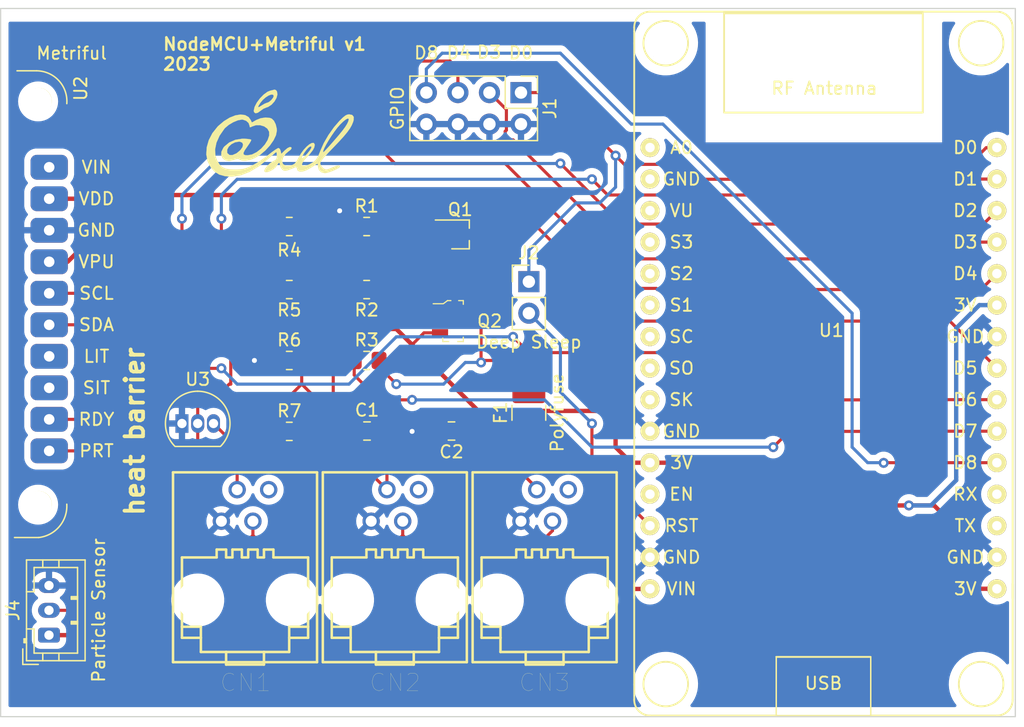
<source format=kicad_pcb>
(kicad_pcb (version 20221018) (generator pcbnew)
  (layers (0 "F.Cu" signal) (31 "B.Cu" mixed) (34 "B.Paste" user) (35 "F.Paste" user) (36 "B.SilkS" user "B.Silkscreen") (37 "F.SilkS" user "F.Silkscreen") (38 "B.Mask" user) (39 "F.Mask" user) (44 "Edge.Cuts" user))
  (net 0 "")
  (net 1 "Net-(C1-Pad1)")
  (net 2 "GND")
  (net 3 "Net-(C2-Pad1)")
  (net 4 "Net-(CN1-Pad2)")
  (net 8 "Net-(F1-Pad2)")
  (net 9 "Net-(J1-Pad1)")
  (net 10 "Net-(J1-Pad3)")
  (net 11 "Net-(J1-Pad5)")
  (net 12 "Net-(J1-Pad7)")
  (net 13 "VDD")
  (net 14 "Net-(J4-Pad2)")
  (net 15 "T_enable")
  (net 16 "Net-(Q1-Pad3)")
  (net 17 "Net-(CN1-Pad3)")
  (net 28 "Net-(J2-Pad2)")
  (net 29 "+3V3")
  (net 32 "Net-(U1-Pad22)")
  (net 33 "Net-(R3-Pad1)")
  (net 34 "Net-(U1-Pad28)")
  (net 35 "Net-(U1-Pad29)")
  (footprint "Resistor_SMD:R_0805_2012Metric_Pad1.20x1.40mm_HandSolder" (layer "F.Cu") (at 113.42 90.17)
    (fp_text reference "R6" (at 0 -1.65) (layer "F.SilkS"))
    (fp_text value "10k")
    (pad "1" smd roundrect (at -1 0) (size 1.2 1.4) (layers "F.Cu" "F.Paste" "F.Mask") (roundrect_rratio 0.208333) (net 2 "GND"))
    (pad "2" smd roundrect (at 1 0) (size 1.2 1.4) (layers "F.Cu" "F.Paste" "F.Mask") (roundrect_rratio 0.208333) (net 3 "Net-(C2-Pad1)"))
  )
  (footprint "Resistor_SMD:R_0805_2012Metric_Pad1.20x1.40mm_HandSolder" (layer "F.Cu") (at 119.65 90.17)
    (fp_text reference "R3" (at 0 -1.65) (layer "F.SilkS"))
    (fp_text value "5.6k")
    (pad "1" smd roundrect (at -1 0) (size 1.2 1.4) (layers "F.Cu" "F.Paste" "F.Mask") (roundrect_rratio 0.208333) (net 33 "Net-(R3-Pad1)"))
    (pad "2" smd roundrect (at 1 0) (size 1.2 1.4) (layers "F.Cu" "F.Paste" "F.Mask") (roundrect_rratio 0.208333) (net 8 "Net-(F1-Pad2)"))
  )
  (footprint "1wire-v0.4:rj10" (layer "F.Cu") (at 133.985 108.585)
    (fp_text reference "CN3" (at 0 7.5438 180) (layer "F.SilkS") (effects (font (size 1.40122 1.40122) (thickness 0.015))))
    (fp_text value "RJ10")
    (pad "" np_thru_hole circle locked (at -3.81 0.889) (size 3.2512 3.2512) (drill 3.2512) (layers "*.Cu" "*.Mask"))
    (pad "" np_thru_hole circle locked (at 3.81 0.889) (size 3.2512 3.2512) (drill 3.2512) (layers "*.Cu" "*.Mask"))
    (pad "1" thru_hole circle locked (at -1.905 -5.461) (size 1.397 1.397) (drill 0.889) (layers "*.Cu" "*.Mask") (net 2 "GND"))
    (pad "2" thru_hole circle locked (at -0.635 -8.001) (size 1.397 1.397) (drill 0.889) (layers "*.Cu" "*.Mask") (net 4 "Net-(CN1-Pad2)"))
    (pad "3" thru_hole circle locked (at 0.635 -5.461) (size 1.397 1.397) (drill 0.889) (layers "*.Cu" "*.Mask") (net 17 "Net-(CN1-Pad3)"))
    (pad "4" thru_hole circle locked (at 1.905 -8.001) (size 1.397 1.397) (drill 0.889) (layers "*.Cu" "*.Mask"))
  )
  (footprint "MountingHole:MountingHole_2.2mm_M2" (layer "F.Cu") (at 93.19 69.29)
    (fp_text reference "REF**" hide)
    (fp_text value "MountingHole_2.2mm_M2" hide)
    (pad "" np_thru_hole circle locked (at 0 0) (size 2.2 2.2) (drill 2.2) (layers "*.Cu" "*.Mask"))
  )
  (footprint "Package_TO_SOT_SMD:SOT-323_SC-70_Handsoldering" (layer "F.Cu") (at 127.185 80.01)
    (fp_text reference "Q1" (at 0 -2) (layer "F.SilkS"))
    (fp_text value "BSS138BKW")
    (pad "1" smd rect (at -1.33 -0.65 270) (size 0.45 1.5) (layers "F.Cu" "F.Paste" "F.Mask") (net 15 "T_enable"))
    (pad "2" smd rect (at -1.33 0.65 270) (size 0.45 1.5) (layers "F.Cu" "F.Paste" "F.Mask") (net 2 "GND"))
    (pad "3" smd rect (at 1.33 0 270) (size 0.45 1.5) (layers "F.Cu" "F.Paste" "F.Mask") (net 16 "Net-(Q1-Pad3)"))
  )
  (footprint "MountingHole:MountingHole_3.2mm_M3" (layer "F.Cu") (at 143.7386 64.5922)
    (fp_text reference "REF**" hide)
    (fp_text value "MountingHole_3.2mm_M3" hide)
    (pad "" np_thru_hole circle locked (at 0 0) (size 3.2 3.2) (drill 3.2) (layers "*.Cu" "*.Mask"))
  )
  (footprint "1wire-v0.4:SOT-23-3" (layer "F.Cu") (at 126.61 86.995)
    (fp_text reference "Q2" (at 2.9464 0) (layer "F.SilkS"))
    (fp_text value "NX2301P")
    (pad "1" smd rect (at -1.05 -0.95) (size 1.3 0.6) (layers "F.Cu" "F.Paste" "F.Mask") (net 16 "Net-(Q1-Pad3)"))
    (pad "2" smd rect (at -1.05 0.95) (size 1.3 0.6) (layers "F.Cu" "F.Paste" "F.Mask") (net 29 "+3V3"))
    (pad "3" smd rect (at 1.05 0) (size 1.3 0.6) (layers "F.Cu" "F.Paste" "F.Mask") (net 8 "Net-(F1-Pad2)"))
  )
  (footprint "Sensor:Metriful-1" (layer "F.Cu") (at 95.351787 104.440437 90)
    (fp_text reference "U2" (at 36.195 1.27 90 unlocked) (layer "F.SilkS"))
    (fp_text value "Metriful" (at 39.035437 0.533213 unlocked) (layer "F.SilkS"))
    (fp_text user "SIT" (at 12.065 2.54 unlocked) (layer "F.SilkS"))
    (fp_text user "VPU" (at 22.225 2.54 unlocked) (layer "F.SilkS"))
    (fp_text user "RDY" (at 9.525 2.54 unlocked) (layer "F.SilkS"))
    (fp_text user "PRT" (at 6.985 2.54 unlocked) (layer "F.SilkS"))
    (fp_text user "SDA" (at 17.145 2.54 unlocked) (layer "F.SilkS"))
    (fp_text user "LIT" (at 14.605 2.54 unlocked) (layer "F.SilkS"))
    (fp_text user "VDD" (at 27.305 2.54 unlocked) (layer "F.SilkS"))
    (fp_text user "VIN" (at 29.845 2.54 unlocked) (layer "F.SilkS"))
    (fp_text user "GND" (at 24.765 2.54 unlocked) (layer "F.SilkS"))
    (fp_text user "SCL" (at 19.685 2.54 unlocked) (layer "F.SilkS"))
    (pad "1" thru_hole roundrect (at 6.985 -1.27 90) (size 2 3) (drill 0.85) (layers "*.Cu" "*.Mask") (net 14 "Net-(J4-Pad2)"))
    (pad "2" thru_hole roundrect (at 9.525 -1.27 90) (size 2 3) (drill 0.85) (layers "*.Cu" "*.Mask") (net 32 "Net-(U1-Pad22)"))
    (pad "3" thru_hole roundrect (at 12.065 -1.27 90) (size 2 3) (drill 0.85) (layers "*.Cu" "*.Mask"))
    (pad "4" thru_hole roundrect (at 14.605 -1.27 90) (size 2 3) (drill 0.85) (layers "*.Cu" "*.Mask"))
    (pad "5" thru_hole roundrect (at 17.145 -1.27 90) (size 2 3) (drill 0.85) (layers "*.Cu" "*.Mask") (net 35 "Net-(U1-Pad29)"))
    (pad "6" thru_hole roundrect (at 19.685 -1.27 90) (size 2 3) (drill 0.85) (layers "*.Cu" "*.Mask") (net 34 "Net-(U1-Pad28)"))
    (pad "7" thru_hole roundrect (at 22.225 -1.27 90) (size 2 3) (drill 0.85) (layers "*.Cu" "*.Mask") (net 29 "+3V3"))
    (pad "8" thru_hole roundrect (at 24.765 -1.27 90) (size 2 3) (drill 0.85) (layers "*.Cu" "*.Mask") (net 2 "GND"))
    (pad "9" thru_hole roundrect (at 27.305 -1.27 90) (size 2 3) (drill 0.85) (layers "*.Cu" "*.Mask") (net 29 "+3V3"))
    (pad "10" thru_hole roundrect (at 29.845 -1.27 90) (size 2 3) (drill 0.85) (layers "*.Cu" "*.Mask"))
  )
  (footprint "Resistor_SMD:R_0805_2012Metric_Pad1.20x1.40mm_HandSolder" (layer "F.Cu") (at 119.65 79.375)
    (fp_text reference "R1" (at 0 -1.65) (layer "F.SilkS"))
    (fp_text value "10k")
    (pad "1" smd roundrect (at -1 0) (size 1.2 1.4) (layers "F.Cu" "F.Paste" "F.Mask") (roundrect_rratio 0.208333) (net 2 "GND"))
    (pad "2" smd roundrect (at 1 0) (size 1.2 1.4) (layers "F.Cu" "F.Paste" "F.Mask") (roundrect_rratio 0.208333) (net 15 "T_enable"))
  )
  (footprint "Connector_JST:JST_PH_B3B-PH-K_1x03_P2.00mm_Vertical" (layer "F.Cu") (at 94.065 112.3076 90)
    (fp_text reference "J4" (at 2 -2.9 90) (layer "F.SilkS"))
    (fp_text value "Particle Sensor" (at 2 4 90) (layer "F.SilkS"))
    (pad "1" thru_hole roundrect (at 0 0 90) (size 1.2 1.75) (drill 0.75) (layers "*.Cu" "*.Mask") (roundrect_rratio 0.208333) (net 13 "VDD"))
    (pad "2" thru_hole oval (at 2 0 90) (size 1.2 1.75) (drill 0.75) (layers "*.Cu" "*.Mask") (net 14 "Net-(J4-Pad2)"))
    (pad "3" thru_hole oval (at 4 0 90) (size 1.2 1.75) (drill 0.75) (layers "*.Cu" "*.Mask") (net 2 "GND"))
  )
  (footprint "MountingHole:MountingHole_3.2mm_M3" (layer "F.Cu") (at 169.1386 64.5922)
    (fp_text reference "REF**" hide)
    (fp_text value "MountingHole_3.2mm_M3" hide)
    (pad "" np_thru_hole circle locked (at 0 0) (size 3.2 3.2) (drill 3.2) (layers "*.Cu" "*.Mask"))
  )
  (footprint "Fuse:Fuse_1210_3225Metric_Pad1.42x2.65mm_HandSolder" (layer "F.Cu") (at 132.715 94.385 90)
    (fp_text reference "F1" (at 0 -2.28 90) (layer "F.SilkS"))
    (fp_text value "Polyfuse" (at 0 2.28 90) (layer "F.SilkS"))
    (pad "1" smd roundrect (at -1.4875 0 90) (size 1.425 2.65) (layers "F.Cu" "F.Paste" "F.Mask") (roundrect_rratio 0.175439) (net 3 "Net-(C2-Pad1)"))
    (pad "2" smd roundrect (at 1.4875 0 90) (size 1.425 2.65) (layers "F.Cu" "F.Paste" "F.Mask") (roundrect_rratio 0.175439) (net 8 "Net-(F1-Pad2)"))
  )
  (footprint "Capacitor_SMD:C_0805_2012Metric_Pad1.18x1.45mm_HandSolder" (layer "F.Cu") (at 119.68 95.855)
    (fp_text reference "C1" (at 0 -1.68) (layer "F.SilkS"))
    (fp_text value "100pF")
    (pad "1" smd roundrect (at -1.0375 0) (size 1.175 1.45) (layers "F.Cu" "F.Paste" "F.Mask") (roundrect_rratio 0.212766) (net 1 "Net-(C1-Pad1)"))
    (pad "2" smd roundrect (at 1.0375 0) (size 1.175 1.45) (layers "F.Cu" "F.Paste" "F.Mask") (roundrect_rratio 0.212766) (net 2 "GND"))
  )
  (footprint "MountingHole:MountingHole_2.2mm_M2" (layer "F.Cu") (at 93.19 101.79)
    (fp_text reference "REF**" hide)
    (fp_text value "MountingHole_2.2mm_M2" hide)
    (pad "" np_thru_hole circle locked (at 0 0) (size 2.2 2.2) (drill 2.2) (layers "*.Cu" "*.Mask"))
  )
  (footprint "MountingHole:MountingHole_3.2mm_M3" (layer "F.Cu") (at 169.1386 116.2558)
    (fp_text reference "REF**" hide)
    (fp_text value "MountingHole_3.2mm_M3" hide)
    (pad "" np_thru_hole circle locked (at 0 0) (size 3.2 3.2) (drill 3.2) (layers "F&B.Cu" "*.Mask") (clearance 1))
  )
  (footprint "1wire-v0.4:rj10" (layer "F.Cu") (at 109.855 108.585)
    (fp_text reference "CN1" (at 0.0508 7.5438 180) (layer "F.SilkS") (effects (font (size 1.40122 1.40122) (thickness 0.015))))
    (fp_text value "RJ10")
    (pad "" np_thru_hole circle locked (at -3.81 0.889) (size 3.2512 3.2512) (drill 3.2512) (layers "*.Cu" "*.Mask"))
    (pad "" np_thru_hole circle locked (at 3.81 0.889) (size 3.2512 3.2512) (drill 3.2512) (layers "*.Cu" "*.Mask"))
    (pad "1" thru_hole circle locked (at -1.905 -5.461) (size 1.397 1.397) (drill 0.889) (layers "*.Cu" "*.Mask") (net 2 "GND"))
    (pad "2" thru_hole circle locked (at -0.635 -8.001) (size 1.397 1.397) (drill 0.889) (layers "*.Cu" "*.Mask") (net 4 "Net-(CN1-Pad2)"))
    (pad "3" thru_hole circle locked (at 0.635 -5.461) (size 1.397 1.397) (drill 0.889) (layers "*.Cu" "*.Mask") (net 17 "Net-(CN1-Pad3)"))
    (pad "4" thru_hole circle locked (at 1.905 -8.001) (size 1.397 1.397) (drill 0.889) (layers "*.Cu" "*.Mask"))
  )
  (footprint "NodeMCU:NodeMCU_0.1_Axel" (layer "F.Cu") (at 156.44 90.79)
    (fp_text reference "U1" (at 0.635 -3.04 unlocked) (layer "F.SilkS"))
    (fp_text value "NodeMCU 1.0 (ESP-12E)")
    (fp_text user "S2" (at -11.43 -7.62) (layer "F.SilkS"))
    (fp_text user "RX" (at 11.43 10.16) (layer "F.SilkS"))
    (fp_text user "S3" (at -11.43 -10.16) (layer "F.SilkS"))
    (fp_text user "GND" (at -11.43 -15.24) (layer "F.SilkS"))
    (fp_text user "D7" (at 11.43 5.08) (layer "F.SilkS"))
    (fp_text user "D1" (at 11.43 -15.24) (layer "F.SilkS"))
    (fp_text user "VU" (at -11.43 -12.7) (layer "F.SilkS"))
    (fp_text user "D0" (at 11.43 -17.78) (layer "F.SilkS"))
    (fp_text user "GND" (at -11.43 5.08) (layer "F.SilkS"))
    (fp_text user "D2" (at 11.43 -12.7) (layer "F.SilkS"))
    (fp_text user "SK" (at -11.43 2.54) (layer "F.SilkS"))
    (fp_text user "RF Antenna" (at 0.0762 -22.5552) (layer "F.SilkS"))
    (fp_text user "3V" (at 11.43 -5.08) (layer "F.SilkS"))
    (fp_text user "GND" (at 11.43 -2.54) (layer "F.SilkS"))
    (fp_text user "D4" (at 11.43 -7.62) (layer "F.SilkS"))
    (fp_text user "EN" (at -11.43 10.16) (layer "F.SilkS"))
    (fp_text user "D5" (at 11.43 0) (layer "F.SilkS"))
    (fp_text user "RST" (at -11.43 12.7) (layer "F.SilkS"))
    (fp_text user "3V" (at -11.43 7.62) (layer "F.SilkS"))
    (fp_text user "USB" (at 0 25.4) (layer "F.SilkS"))
    (fp_text user "VIN" (at -11.43 17.78) (layer "F.SilkS"))
    (fp_text user "GND" (at 11.43 15.24) (layer "F.SilkS"))
    (fp_text user "D8" (at 11.43 7.62) (layer "F.SilkS"))
    (fp_text user "TX" (at 11.43 12.7) (layer "F.SilkS"))
    (fp_text user "D3" (at 11.43 -10.16) (layer "F.SilkS"))
    (fp_text user "GND" (at -11.43 15.24) (layer "F.SilkS"))
    (fp_text user "SC" (at -11.43 -2.54) (layer "F.SilkS"))
    (fp_text user "D6" (at 11.43 2.54) (layer "F.SilkS"))
    (fp_text user "S1" (at -11.43 -5.08) (layer "F.SilkS"))
    (fp_text user "SO" (at -11.43 0) (layer "F.SilkS"))
    (fp_text user "A0" (at -11.43 -17.78) (layer "F.SilkS"))
    (fp_text user "3V" (at 11.43 17.78) (layer "F.SilkS"))
    (pad "1" thru_hole circle locked (at -13.97 -17.78) (size 1.524 1.524) (drill 0.762) (layers "*.Cu" "*.Mask" "F.SilkS"))
    (pad "2" thru_hole circle locked (at -13.97 -15.24) (size 1.524 1.524) (drill 0.762) (layers "*.Cu" "*.Mask" "F.SilkS"))
    (pad "3" thru_hole circle locked (at -13.97 -12.7) (size 1.524 1.524) (drill 0.762) (layers "*.Cu" "*.Mask" "F.SilkS"))
    (pad "4" thru_hole circle locked (at -13.97 -10.16) (size 1.524 1.524) (drill 0.762) (layers "*.Cu" "*.Mask" "F.SilkS"))
    (pad "5" thru_hole circle locked (at -13.97 -7.62) (size 1.524 1.524) (drill 0.762) (layers "*.Cu" "*.Mask" "F.SilkS"))
    (pad "6" thru_hole circle locked (at -13.97 -5.08) (size 1.524 1.524) (drill 0.762) (layers "*.Cu" "*.Mask" "F.SilkS"))
    (pad "7" thru_hole circle locked (at -13.97 -2.54) (size 1.524 1.524) (drill 0.762) (layers "*.Cu" "*.Mask" "F.SilkS"))
    (pad "8" thru_hole circle locked (at -13.97 0) (size 1.524 1.524) (drill 0.762) (layers "*.Cu" "*.Mask" "F.SilkS"))
    (pad "9" thru_hole circle locked (at -13.97 2.54) (size 1.524 1.524) (drill 0.762) (layers "*.Cu" "*.Mask" "F.SilkS"))
    (pad "10" thru_hole circle locked (at -13.97 5.08) (size 1.524 1.524) (drill 0.762) (layers "*.Cu" "*.Mask" "F.SilkS") (net 2 "GND"))
    (pad "11" thru_hole circle locked (at -13.97 7.62) (size 1.524 1.524) (drill 0.762) (layers "*.Cu" "*.Mask" "F.SilkS") (net 29 "+3V3"))
    (pad "12" thru_hole circle locked (at -13.97 10.16) (size 1.524 1.524) (drill 0.762) (layers "*.Cu" "*.Mask" "F.SilkS"))
    (pad "13" thru_hole circle locked (at -13.97 12.7) (size 1.524 1.524) (drill 0.762) (layers "*.Cu" "*.Mask" "F.SilkS") (net 28 "Net-(J2-Pad2)"))
    (pad "14" thru_hole circle locked (at -13.97 15.24) (size 1.524 1.524) (drill 0.762) (layers "*.Cu" "*.Mask" "F.SilkS") (net 2 "GND"))
    (pad "15" thru_hole circle locked (at -13.97 17.78) (size 1.524 1.524) (drill 0.762) (layers "*.Cu" "*.Mask" "F.SilkS") (net 13 "VDD"))
    (pad "16" thru_hole circle locked (at 13.97 17.78) (size 1.524 1.524) (drill 0.762) (layers "*.Cu" "*.Mask" "F.SilkS") (net 29 "+3V3"))
    (pad "17" thru_hole circle locked (at 13.97 15.24) (size 1.524 1.524) (drill 0.762) (layers "*.Cu" "*.Mask" "F.SilkS") (net 2 "GND"))
    (pad "18" thru_hole circle locked (at 13.97 12.7) (size 1.524 1.524) (drill 0.762) (layers "*.Cu" "*.Mask" "F.SilkS"))
    (pad "19" thru_hole circle locked (at 13.97 10.16) (size 1.524 1.524) (drill 0.762) (layers "*.Cu" "*.Mask" "F.SilkS"))
    (pad "20" thru_hole circle locked (at 13.97 7.62) (size 1.524 1.524) (drill 0.762) (layers "*.Cu" "*.Mask" "F.SilkS") (net 12 "Net-(J1-Pad7)"))
    (pad "21" thru_hole circle locked (at 13.97 5.08) (size 1.524 1.524) (drill 0.762) (layers "*.Cu" "*.Mask" "F.SilkS") (net 33 "Net-(R3-Pad1)"))
    (pad "22" thru_hole circle locked (at 13.97 2.54) (size 1.524 1.524) (drill 0.762) (layers "*.Cu" "*.Mask" "F.SilkS") (net 32 "Net-(U1-Pad22)"))
    (pad "23" thru_hole circle locked (at 13.97 0) (size 1.524 1.524) (drill 0.762) (layers "*.Cu" "*.Mask" "F.SilkS") (net 15 "T_enable"))
    (pad "24" thru_hole circle locked (at 13.97 -2.54) (size 1.524 1.524) (drill 0.762) (layers "*.Cu" "*.Mask" "F.SilkS") (net 2 "GND"))
    (pad "25" thru_hole circle locked (at 13.97 -5.08) (size 1.524 1.524) (drill 0.762) (layers "*.Cu" "*.Mask" "F.SilkS") (net 29 "+3V3"))
    (pad "26" thru_hole circle locked (at 13.97 -7.62) (size 1.524 1.524) (drill 0.762) (layers "*.Cu" "*.Mask" "F.SilkS") (net 11 "Net-(J1-Pad5)"))
    (pad "27" thru_hole circle locked (at 13.97 -10.16) (size 1.524 1.524) (drill 0.762) (layers "*.Cu" "*.Mask" "F.SilkS") (net 10 "Net-(J1-Pad3)"))
    (pad "28" thru_hole circle locked (at 13.97 -12.7) (size 1.524 1.524) (drill 0.762) (layers "*.Cu" "*.Mask" "F.SilkS") (net 34 "Net-(U1-Pad28)"))
    (pad "29" thru_hole circle locked (at 13.97 -15.24) (size 1.524 1.524) (drill 0.762) (layers "*.Cu" "*.Mask" "F.SilkS") (net 35 "Net-(U1-Pad29)"))
    (pad "30" thru_hole circle locked (at 13.97 -17.78) (size 1.524 1.524) (drill 0.762) (layers "*.Cu" "*.Mask" "F.SilkS") (net 9 "Net-(J1-Pad1)"))
  )
  (footprint "Connector_PinHeader_2.54mm:PinHeader_2x04_P2.54mm_Vertical" (layer "F.Cu") (at 132.08 68.58 -90)
    (fp_text reference "J1" (at 1.27 -2.33 90) (layer "F.SilkS"))
    (fp_text value "GPIO" (at 1.27 9.95 90) (layer "F.SilkS"))
    (fp_text user "D8" (at -3.2004 7.62 unlocked) (layer "F.SilkS"))
    (fp_text user "D0" (at -3.2004 0 unlocked) (layer "F.SilkS"))
    (fp_text user "D4" (at -3.2004 5.0038 unlocked) (layer "F.SilkS"))
    (fp_text user "D3" (at -3.2512 2.5654 unlocked) (layer "F.SilkS"))
    (pad "1" thru_hole rect (at 0 0 270) (size 1.7 1.7) (drill 1) (layers "*.Cu" "*.Mask") (net 9 "Net-(J1-Pad1)"))
    (pad "2" thru_hole oval (at 2.54 0 270) (size 1.7 1.7) (drill 1) (layers "*.Cu" "*.Mask") (net 2 "GND"))
    (pad "3" thru_hole oval (at 0 2.54 270) (size 1.7 1.7) (drill 1) (layers "*.Cu" "*.Mask") (net 10 "Net-(J1-Pad3)"))
    (pad "4" thru_hole oval (at 2.54 2.54 270) (size 1.7 1.7) (drill 1) (layers "*.Cu" "*.Mask") (net 2 "GND"))
    (pad "5" thru_hole oval (at 0 5.08 270) (size 1.7 1.7) (drill 1) (layers "*.Cu" "*.Mask") (net 11 "Net-(J1-Pad5)"))
    (pad "6" thru_hole oval (at 2.54 5.08 270) (size 1.7 1.7) (drill 1) (layers "*.Cu" "*.Mask") (net 2 "GND"))
    (pad "7" thru_hole oval (at 0 7.62 270) (size 1.7 1.7) (drill 1) (layers "*.Cu" "*.Mask") (net 12 "Net-(J1-Pad7)"))
    (pad "8" thru_hole oval (at 2.54 7.62 270) (size 1.7 1.7) (drill 1) (layers "*.Cu" "*.Mask") (net 2 "GND"))
  )
  (footprint "Resistor_SMD:R_0805_2012Metric_Pad1.20x1.40mm_HandSolder" (layer "F.Cu") (at 113.42 84.455 180)
    (fp_text reference "R5" (at 0 -1.65) (layer "F.SilkS"))
    (fp_text value "22R")
    (pad "1" smd roundrect (at -1 0 180) (size 1.2 1.4) (layers "F.Cu" "F.Paste" "F.Mask") (roundrect_rratio 0.208333) (net 1 "Net-(C1-Pad1)"))
    (pad "2" smd roundrect (at 1 0 180) (size 1.2 1.4) (layers "F.Cu" "F.Paste" "F.Mask") (roundrect_rratio 0.208333) (net 17 "Net-(CN1-Pad3)"))
  )
  (footprint "MountingHole:MountingHole_3.2mm_M3" (layer "F.Cu") (at 143.7386 116.2558)
    (fp_text reference "REF**" hide)
    (fp_text value "MountingHole_3.2mm_M3" hide)
    (pad "" np_thru_hole circle locked (at 0 0) (size 3.2 3.2) (drill 3.2) (layers "F&B.Cu" "*.Mask") (clearance 1))
  )
  (footprint "ESP-RS232:LOGO2" (layer "F.Cu") (at 112.6744 71.8566)
    (fp_text reference "G***" hide)
    (fp_text value "LOGO" hide)
  )
  (footprint "Package_TO_SOT_THT:TO-92_Inline" (layer "F.Cu") (at 104.775 95.25)
    (fp_text reference "U3" (at 1.27 -3.56) (layer "F.SilkS"))
    (fp_text value "DS18B20")
    (pad "1" thru_hole rect (at 0 0) (size 1.05 1.5) (drill 0.75) (layers "*.Cu" "*.Mask") (net 2 "GND"))
    (pad "2" thru_hole oval (at 1.27 0) (size 1.05 1.5) (drill 0.75) (layers "*.Cu" "*.Mask") (net 17 "Net-(CN1-Pad3)"))
    (pad "3" thru_hole oval (at 2.54 0) (size 1.05 1.5) (drill 0.75) (layers "*.Cu" "*.Mask") (net 4 "Net-(CN1-Pad2)"))
  )
  (footprint "1wire-v0.4:rj10" (layer "F.Cu") (at 121.92 108.584)
    (fp_text reference "CN2" (at 0.0254 7.5448 180) (layer "F.SilkS") (effects (font (size 1.40122 1.40122) (thickness 0.015))))
    (fp_text value "RJ10")
    (pad "" np_thru_hole circle locked (at -3.81 0.889) (size 3.2512 3.2512) (drill 3.2512) (layers "*.Cu" "*.Mask"))
    (pad "" np_thru_hole circle locked (at 3.81 0.889) (size 3.2512 3.2512) (drill 3.2512) (layers "*.Cu" "*.Mask"))
    (pad "1" thru_hole circle locked (at -1.905 -5.461) (size 1.397 1.397) (drill 0.889) (layers "*.Cu" "*.Mask") (net 2 "GND"))
    (pad "2" thru_hole circle locked (at -0.635 -8.001) (size 1.397 1.397) (drill 0.889) (layers "*.Cu" "*.Mask") (net 4 "Net-(CN1-Pad2)"))
    (pad "3" thru_hole circle locked (at 0.635 -5.461) (size 1.397 1.397) (drill 0.889) (layers "*.Cu" "*.Mask") (net 17 "Net-(CN1-Pad3)"))
    (pad "4" thru_hole circle locked (at 1.905 -8.001) (size 1.397 1.397) (drill 0.889) (layers "*.Cu" "*.Mask"))
  )
  (footprint "Resistor_SMD:R_0805_2012Metric_Pad1.20x1.40mm_HandSolder" (layer "F.Cu") (at 113.42 79.375 180)
    (fp_text reference "R4" (at 0 -1.905) (layer "F.SilkS"))
    (fp_text value "22R")
    (pad "1" smd roundrect (at -1 0 180) (size 1.2 1.4) (layers "F.Cu" "F.Paste" "F.Mask") (roundrect_rratio 0.208333) (net 33 "Net-(R3-Pad1)"))
    (pad "2" smd roundrect (at 1 0 180) (size 1.2 1.4) (layers "F.Cu" "F.Paste" "F.Mask") (roundrect_rratio 0.208333) (net 1 "Net-(C1-Pad1)"))
  )
  (footprint "Capacitor_SMD:C_0805_2012Metric" (layer "F.Cu") (at 126.485 95.855 180)
    (fp_text reference "C2" (at 0 -1.68) (layer "F.SilkS"))
    (fp_text value "100nF")
    (pad "1" smd roundrect (at -0.95 0 180) (size 1 1.45) (layers "F.Cu" "F.Paste" "F.Mask") (net 3 "Net-(C2-Pad1)"))
    (pad "2" smd roundrect (at 0.95 0 180) (size 1 1.45) (layers "F.Cu" "F.Paste" "F.Mask") (net 2 "GND"))
  )
  (footprint "Resistor_SMD:R_0805_2012Metric_Pad1.20x1.40mm_HandSolder" (layer "F.Cu") (at 119.65 84.455 180)
    (fp_text reference "R2" (at 0 -1.65) (layer "F.SilkS"))
    (fp_text value "10k")
    (pad "1" smd roundrect (at -1 0 180) (size 1.2 1.4) (layers "F.Cu" "F.Paste" "F.Mask") (roundrect_rratio 0.208333) (net 16 "Net-(Q1-Pad3)"))
    (pad "2" smd roundrect (at 1 0 180) (size 1.2 1.4) (layers "F.Cu" "F.Paste" "F.Mask") (roundrect_rratio 0.208333) (net 29 "+3V3"))
  )
  (footprint "Resistor_SMD:R_0805_2012Metric_Pad1.20x1.40mm_HandSolder" (layer "F.Cu") (at 113.42 95.885)
    (fp_text reference "R7" (at 0 -1.65) (layer "F.SilkS"))
    (fp_text value "22R")
    (pad "1" smd roundrect (at -1 0) (size 1.2 1.4) (layers "F.Cu" "F.Paste" "F.Mask") (roundrect_rratio 0.208333) (net 3 "Net-(C2-Pad1)"))
    (pad "2" smd roundrect (at 1 0) (size 1.2 1.4) (layers "F.Cu" "F.Paste" "F.Mask") (roundrect_rratio 0.208333) (net 4 "Net-(CN1-Pad2)"))
  )
  (footprint "Connector_PinHeader_2.54mm:PinHeader_1x02_P2.54mm_Vertical" (layer "F.Cu") (at 132.715 83.82)
    (fp_text reference "J2" (at 0 -2.33) (layer "F.SilkS"))
    (fp_text value "Deep Sleep" (at 0 4.87) (layer "F.SilkS"))
    (pad "1" thru_hole rect (at 0 0) (size 1.7 1.7) (drill 1) (layers "*.Cu" "*.Mask") (net 9 "Net-(J1-Pad1)"))
    (pad "2" thru_hole oval (at 0 2.54) (size 1.7 1.7) (drill 1) (layers "*.Cu" "*.Mask") (net 28 "Net-(J2-Pad2)"))
  )
  (gr_rect (start 90.17 61.8) (end 171.895 118.878) (stroke (width 0.1)) (fill none) (layer "Edge.Cuts"))
  (gr_text "NodeMCU+Metriful v1\n2023" (at 103.1494 65.4812) (layer "F.SilkS") (effects (font (size 1 1) (thickness 0.2)) (justify left)))
  (gr_text "heat barrier" (at 100.965 95.885 90) (layer "F.SilkS") (effects (font (size 1.5 1.5) (thickness 0.3))))
  (segment (start 114.42 84.455) (end 114.42 85.725) (width 0.25) (layer "F.Cu") (net 1))
  (segment (start 112.42 79.375) (end 112.42 80.55) (width 0.25) (layer "F.Cu") (net 1))
  (segment (start 116.96 88.265) (end 116.96 95.25) (width 0.25) (layer "F.Cu") (net 1))
  (segment (start 117.595 95.885) (end 116.96 95.25) (width 0.25) (layer "F.Cu") (net 1))
  (segment (start 114.42 82.55) (end 114.42 84.455) (width 0.25) (layer "F.Cu") (net 1))
  (segment (start 118.695 95.885) (end 117.595 95.885) (width 0.25) (layer "F.Cu") (net 1))
  (segment (start 112.42 80.55) (end 114.42 82.55) (width 0.25) (layer "F.Cu") (net 1))
  (segment (start 114.42 85.725) (end 116.96 88.265) (width 0.25) (layer "F.Cu") (net 1))
  (segment (start 122.025 80.66) (end 125.855 80.66) (width 0.25) (layer "F.Cu") (net 2))
  (segment (start 120.77 95.885) (end 123.31 95.885) (width 0.25) (layer "F.Cu") (net 2))
  (segment (start 118.865 79.375) (end 118.865 80.645) (width 0.25) (layer "F.Cu") (net 2))
  (segment (start 110.61 90.17) (end 112.42 90.17) (width 0.25) (layer "F.Cu") (net 2))
  (segment (start 121.405 81.28) (end 122.025 80.66) (width 0.25) (layer "F.Cu") (net 2))
  (segment (start 123.31 95.885) (end 125.535 95.885) (width 0.25) (layer "F.Cu") (net 2))
  (segment (start 117.595 78.105) (end 118.865 79.375) (width 0.25) (layer "F.Cu") (net 2))
  (segment (start 117.475 78.105) (end 117.595 78.105) (width 0.25) (layer "F.Cu") (net 2))
  (segment (start 118.865 80.645) (end 119.5 81.28) (width 0.25) (layer "F.Cu") (net 2))
  (segment (start 119.5 81.28) (end 121.405 81.28) (width 0.25) (layer "F.Cu") (net 2))
  (via (at 117.475 78.105) (size 0.8) (drill 0.4) (layers "F.Cu" "B.Cu") (net 2))
  (via (at 110.61 90.17) (size 0.8) (drill 0.4) (layers "F.Cu" "B.Cu") (net 2))
  (via (at 123.31 95.885) (size 0.8) (drill 0.4) (layers "F.Cu" "B.Cu") (net 2))
  (segment (start 116.96 97.155) (end 127.12 97.155) (width 0.25) (layer "F.Cu") (net 3))
  (segment (start 114.42 90.17) (end 114.42 92.075) (width 0.25) (layer "F.Cu") (net 3))
  (segment (start 112.42 94.075) (end 112.42 95.885) (width 0.25) (layer "F.Cu") (net 3))
  (segment (start 127.12 97.155) (end 127.435 96.84) (width 0.25) (layer "F.Cu") (net 3))
  (segment (start 114.42 92.075) (end 112.42 94.075) (width 0.25) (layer "F.Cu") (net 3))
  (segment (start 114.42 92.075) (end 115.69 93.345) (width 0.25) (layer "F.Cu") (net 3))
  (segment (start 132.715 95.8725) (end 129.6725 95.8725) (width 0.25) (layer "F.Cu") (net 3))
  (segment (start 129.6725 95.8725) (end 129.66 95.885) (width 0.25) (layer "F.Cu") (net 3))
  (segment (start 127.435 96.84) (end 127.435 95.885) (width 0.25) (layer "F.Cu") (net 3))
  (segment (start 127.435 95.885) (end 129.66 95.885) (width 0.25) (layer "F.Cu") (net 3))
  (segment (start 115.69 93.345) (end 115.69 95.885) (width 0.25) (layer "F.Cu") (net 3))
  (segment (start 115.69 95.885) (end 116.96 97.155) (width 0.25) (layer "F.Cu") (net 3))
  (segment (start 121.92 98.425) (end 131.317 98.425) (width 0.25) (layer "F.Cu") (net 4))
  (segment (start 121.285 99.06) (end 121.92 98.425) (width 0.25) (layer "F.Cu") (net 4))
  (segment (start 114.3 98.425) (end 119.127 98.425) (width 0.25) (layer "F.Cu") (net 4))
  (segment (start 107.315 95.25) (end 110.49 98.425) (width 0.25) (layer "F.Cu") (net 4))
  (segment (start 114.42 98.305) (end 114.3 98.425) (width 0.25) (layer "F.Cu") (net 4))
  (segment (start 109.855 98.425) (end 110.49 98.425) (width 0.25) (layer "F.Cu") (net 4))
  (segment (start 131.317 98.425) (end 133.35 100.458) (width 0.25) (layer "F.Cu") (net 4))
  (segment (start 114.42 95.885) (end 114.42 98.305) (width 0.25) (layer "F.Cu") (net 4))
  (segment (start 119.127 98.425) (end 121.285 100.583) (width 0.25) (layer "F.Cu") (net 4))
  (segment (start 109.22 100.584) (end 109.22 99.06) (width 0.25) (layer "F.Cu") (net 4))
  (segment (start 110.49 98.425) (end 114.3 98.425) (width 0.25) (layer "F.Cu") (net 4))
  (segment (start 121.285 100.583) (end 121.285 99.06) (width 0.25) (layer "F.Cu") (net 4))
  (segment (start 109.22 99.06) (end 109.855 98.425) (width 0.25) (layer "F.Cu") (net 4))
  (segment (start 132.715 92.8975) (end 132.715 91.44) (width 0.25) (layer "F.Cu") (net 8))
  (segment (start 120.65 90.17) (end 120.65 90.685) (width 0.25) (layer "F.Cu") (net 8))
  (segment (start 128.865 90.33) (end 128.865 86.995) (width 0.25) (layer "F.Cu") (net 8))
  (segment (start 127.66 86.995) (end 128.865 86.995) (width 0.25) (layer "F.Cu") (net 8))
  (segment (start 129.025 90.17) (end 131.445 90.17) (width 0.25) (layer "F.Cu") (net 8))
  (segment (start 120.65 90.685) (end 122.04 92.075) (width 0.25) (layer "F.Cu") (net 8))
  (segment (start 128.865 90.33) (end 129.025 90.17) (width 0.25) (layer "F.Cu") (net 8))
  (segment (start 131.445 90.17) (end 132.715 91.44) (width 0.25) (layer "F.Cu") (net 8))
  (via (at 122.04 92.075) (size 0.8) (drill 0.4) (layers "F.Cu" "B.Cu") (net 8))
  (via (at 128.865 90.33) (size 0.8) (drill 0.4) (layers "F.Cu" "B.Cu") (net 8))
  (segment (start 125.85 92.075) (end 127.595 90.33) (width 0.25) (layer "B.Cu") (net 8))
  (segment (start 122.04 92.075) (end 125.85 92.075) (width 0.25) (layer "B.Cu") (net 8))
  (segment (start 127.595 90.33) (end 128.865 90.33) (width 0.25) (layer "B.Cu") (net 8))
  (segment (start 165.1 74.295) (end 163.83 75.565) (width 0.25) (layer "F.Cu") (net 9))
  (segment (start 146.05 75.565) (end 144.848489 74.363489) (width 0.25) (layer "F.Cu") (net 9))
  (segment (start 163.83 75.565) (end 146.05 75.565) (width 0.25) (layer "F.Cu") (net 9))
  (segment (start 140.403489 74.363489) (end 139.7 73.66) (width 0.25) (layer "F.Cu") (net 9))
  (segment (start 132.08 68.58) (end 134.62 68.58) (width 0.25) (layer "F.Cu") (net 9))
  (segment (start 139.7 73.66) (end 137.16 71.12) (width 0.25) (layer "F.Cu") (net 9))
  (segment (start 169.545 73.025) (end 168.275 74.295) (width 0.25) (layer "F.Cu") (net 9))
  (segment (start 144.848489 74.363489) (end 140.403489 74.363489) (width 0.25) (layer "F.Cu") (net 9))
  (segment (start 168.275 74.295) (end 165.1 74.295) (width 0.25) (layer "F.Cu") (net 9))
  (segment (start 170.395 73.025) (end 169.545 73.025) (width 0.25) (layer "F.Cu") (net 9))
  (segment (start 134.62 68.58) (end 137.16 71.12) (width 0.25) (layer "F.Cu") (net 9))
  (via (at 139.7 73.66) (size 0.8) (drill 0.4) (layers "F.Cu" "B.Cu") (net 9))
  (segment (start 132.715 81.28) (end 136.525 77.47) (width 0.25) (layer "B.Cu") (net 9))
  (segment (start 138.43 77.47) (end 139.7 76.2) (width 0.25) (layer "B.Cu") (net 9))
  (segment (start 139.7 76.2) (end 139.7 73.66) (width 0.25) (layer "B.Cu") (net 9))
  (segment (start 136.525 77.47) (end 138.43 77.47) (width 0.25) (layer "B.Cu") (net 9))
  (segment (start 132.715 83.82) (end 132.715 81.28) (width 0.25) (layer "B.Cu") (net 9))
  (segment (start 130.905489 71.606499) (end 130.81 71.701988) (width 0.25) (layer "F.Cu") (net 10))
  (segment (start 167.02 80.63) (end 170.41 80.63) (width 0.25) (layer "F.Cu") (net 10))
  (segment (start 129.54 68.58) (end 130.905489 69.945489) (width 0.25) (layer "F.Cu") (net 10))
  (segment (start 130.81 72.39) (end 131.445 72.39) (width 0.25) (layer "F.Cu") (net 10))
  (segment (start 131.445 72.39) (end 141.038489 81.983489) (width 0.25) (layer "F.Cu") (net 10))
  (segment (start 130.905489 69.945489) (end 130.905489 71.606499) (width 0.25) (layer "F.Cu") (net 10))
  (segment (start 141.038489 81.983489) (end 165.666511 81.983489) (width 0.25) (layer "F.Cu") (net 10))
  (segment (start 165.666511 81.983489) (end 167.02 80.63) (width 0.25) (layer "F.Cu") (net 10))
  (segment (start 130.81 71.701988) (end 130.81 72.39) (width 0.25) (layer "F.Cu") (net 10))
  (segment (start 123.19 66.04) (end 126.365 66.04) (width 0.25) (layer "F.Cu") (net 11))
  (segment (start 121.92 74.295) (end 121.285 73.66) (width 0.25) (layer "F.Cu") (net 11))
  (segment (start 143.071978 84.455) (end 142.973489 84.356511) (width 0.25) (layer "F.Cu") (net 11))
  (segment (start 142.973489 84.356511) (end 140.871511 84.356511) (width 0.25) (layer "F.Cu") (net 11))
  (segment (start 126.365 66.04) (end 127 66.675) (width 0.25) (layer "F.Cu") (net 11))
  (segment (start 121.285 67.945) (end 123.19 66.04) (width 0.25) (layer "F.Cu") (net 11))
  (segment (start 127 66.675) (end 127 68.58) (width 0.25) (layer "F.Cu") (net 11))
  (segment (start 121.285 73.66) (end 121.285 67.945) (width 0.25) (layer "F.Cu") (net 11))
  (segment (start 169.125 84.455) (end 143.071978 84.455) (width 0.25) (layer "F.Cu") (net 11))
  (segment (start 130.81 74.295) (end 121.92 74.295) (width 0.25) (layer "F.Cu") (net 11))
  (segment (start 170.41 83.17) (end 169.125 84.455) (width 0.25) (layer "F.Cu") (net 11))
  (segment (start 140.871511 84.356511) (end 130.81 74.295) (width 0.25) (layer "F.Cu") (net 11))
  (segment (start 161.29 98.425) (end 161.305 98.41) (width 0.25) (layer "F.Cu") (net 12))
  (segment (start 161.305 98.41) (end 170.41 98.41) (width 0.25) (layer "F.Cu") (net 12))
  (via (at 161.29 98.425) (size 0.8) (drill 0.4) (layers "F.Cu" "B.Cu") (net 12))
  (segment (start 160.005 98.41) (end 161.275 98.41) (width 0.25) (layer "B.Cu") (net 12))
  (segment (start 158.75 97.155) (end 160.005 98.41) (width 0.25) (layer "B.Cu") (net 12))
  (segment (start 124.46 68.58) (end 124.46 66.675) (width 0.25) (layer "B.Cu") (net 12))
  (segment (start 143.51 71.12) (end 158.75 86.36) (width 0.25) (layer "B.Cu") (net 12))
  (segment (start 140.97 71.12) (end 143.51 71.12) (width 0.25) (layer "B.Cu") (net 12))
  (segment (start 124.46 66.675) (end 125.73 65.405) (width 0.25) (layer "B.Cu") (net 12))
  (segment (start 158.75 86.36) (end 158.75 97.155) (width 0.25) (layer "B.Cu") (net 12))
  (segment (start 161.275 98.41) (end 161.29 98.425) (width 0.25) (layer "B.Cu") (net 12))
  (segment (start 135.255 65.405) (end 140.97 71.12) (width 0.25) (layer "B.Cu") (net 12))
  (segment (start 125.73 65.405) (end 135.255 65.405) (width 0.25) (layer "B.Cu") (net 12))
  (segment (start 100.584 111.252) (end 99.5284 112.3076) (width 0.35) (layer "F.Cu") (net 13))
  (segment (start 140.589 108.585) (end 142.24 108.585) (width 0.35) (layer "F.Cu") (net 13))
  (segment (start 100.584 107.696) (end 100.584 111.252) (width 0.35) (layer "F.Cu") (net 13))
  (segment (start 101.854 106.426) (end 138.43 106.426) (width 0.35) (layer "F.Cu") (net 13))
  (segment (start 99.5284 112.3076) (end 94.065 112.3076) (width 0.35) (layer "F.Cu") (net 13))
  (segment (start 101.854 106.426) (end 100.584 107.696) (width 0.35) (layer "F.Cu") (net 13))
  (segment (start 138.43 106.426) (end 140.589 108.585) (width 0.35) (layer "F.Cu") (net 13))
  (segment (start 98.425 107.95) (end 96.0674 110.3076) (width 0.25) (layer "F.Cu") (net 14))
  (segment (start 96.0674 110.3076) (end 94.065 110.3076) (width 0.25) (layer "F.Cu") (net 14))
  (segment (start 94.081787 97.455437) (end 96.820437 97.455437) (width 0.25) (layer "F.Cu") (net 14))
  (segment (start 98.425 99.06) (end 98.425 107.95) (width 0.25) (layer "F.Cu") (net 14))
  (segment (start 96.820437 97.455437) (end 98.425 99.06) (width 0.25) (layer "F.Cu") (net 14))
  (segment (start 125.855 79.36) (end 120.665 79.36) (width 0.25) (layer "F.Cu") (net 15))
  (segment (start 125.855 79.36) (end 125.855 78.615) (width 0.25) (layer "F.Cu") (net 15))
  (segment (start 166.615 86.995) (end 170.41 90.79) (width 0.25) (layer "F.Cu") (net 15))
  (segment (start 132.59 78.615) (end 132.715 78.74) (width 0.25) (layer "F.Cu") (net 15))
  (segment (start 125.855 78.615) (end 132.59 78.615) (width 0.25) (layer "F.Cu") (net 15))
  (segment (start 132.715 78.74) (end 140.97 86.995) (width 0.25) (layer "F.Cu") (net 15))
  (segment (start 140.97 86.995) (end 166.615 86.995) (width 0.25) (layer "F.Cu") (net 15))
  (segment (start 120.65 84.455) (end 122.24 86.045) (width 0.25) (layer "F.Cu") (net 16))
  (segment (start 126.765 83.42) (end 126.765 86.045) (width 0.25) (layer "F.Cu") (net 16))
  (segment (start 122.24 86.045) (end 125.56 86.045) (width 0.25) (layer "F.Cu") (net 16))
  (segment (start 128.515 80.01) (end 128.515 81.67) (width 0.25) (layer "F.Cu") (net 16))
  (segment (start 126.765 86.045) (end 125.535 86.045) (width 0.25) (layer "F.Cu") (net 16))
  (segment (start 128.515 81.67) (end 126.765 83.42) (width 0.25) (layer "F.Cu") (net 16))
  (segment (start 122.555 104.267) (end 123.444 105.156) (width 0.25) (layer "F.Cu") (net 17))
  (segment (start 109.601 105.156) (end 109.474 105.156) (width 0.25) (layer "F.Cu") (net 17))
  (segment (start 122.555 104.267) (end 121.666 105.156) (width 0.25) (layer "F.Cu") (net 17))
  (segment (start 122.555 103.123) (end 122.555 104.267) (width 0.25) (layer "F.Cu") (net 17))
  (segment (start 109.474 105.156) (end 105.156 105.156) (width 0.25) (layer "F.Cu") (net 17))
  (segment (start 111.379 105.156) (end 109.474 105.156) (width 0.25) (layer "F.Cu") (net 17))
  (segment (start 134.62 103.886) (end 134.62 103.124) (width 0.25) (layer "F.Cu") (net 17))
  (segment (start 110.49 103.124) (end 110.49 104.267) (width 0.25) (layer "F.Cu") (net 17))
  (segment (start 104.14 100.711) (end 106.045 98.806) (width 0.25) (layer "F.Cu") (net 17))
  (segment (start 123.444 105.156) (end 133.35 105.156) (width 0.25) (layer "F.Cu") (net 17))
  (segment (start 121.666 105.156) (end 121.92 105.156) (width 0.25) (layer "F.Cu") (net 17))
  (segment (start 110.49 104.267) (end 111.379 105.156) (width 0.25) (layer "F.Cu") (net 17))
  (segment (start 111.379 105.156) (end 121.666 105.156) (width 0.25) (layer "F.Cu") (net 17))
  (segment (start 110.61 84.455) (end 108.705 86.36) (width 0.25) (layer "F.Cu") (net 17))
  (segment (start 110.49 104.267) (end 109.601 105.156) (width 0.25) (layer "F.Cu") (net 17))
  (segment (start 106.045 93.345) (end 106.045 95.25) (width 0.25) (layer "F.Cu") (net 17))
  (segment (start 106.045 98.806) (end 106.045 95.25) (width 0.25) (layer "F.Cu") (net 17))
  (segment (start 106.68 92.71) (end 106.045 93.345) (width 0.25) (layer "F.Cu") (net 17))
  (segment (start 108.705 86.36) (end 108.705 92.075) (width 0.25) (layer "F.Cu") (net 17))
  (segment (start 121.92 105.156) (end 123.444 105.156) (width 0.25) (layer "F.Cu") (net 17))
  (segment (start 108.705 92.075) (end 108.585 92.075) (width 0.25) (layer "F.Cu") (net 17))
  (segment (start 105.156 105.156) (end 104.14 104.14) (width 0.25) (layer "F.Cu") (net 17))
  (segment (start 133.35 105.156) (end 134.62 103.886) (width 0.25) (layer "F.Cu") (net 17))
  (segment (start 104.14 104.14) (end 104.14 100.711) (width 0.25) (layer "F.Cu") (net 17))
  (segment (start 107.95 92.71) (end 106.68 92.71) (width 0.25) (layer "F.Cu") (net 17))
  (segment (start 108.585 92.075) (end 107.95 92.71) (width 0.25) (layer "F.Cu") (net 17))
  (segment (start 112.42 84.455) (end 110.61 84.455) (width 0.25) (layer "F.Cu") (net 17))
  (segment (start 137.795 95.25) (end 137.795 98.815) (width 0.25) (layer "F.Cu") (net 28))
  (segment (start 137.795 98.815) (end 142.47 103.49) (width 0.25) (layer "F.Cu") (net 28))
  (via (at 137.795 95.25) (size 0.8) (drill 0.4) (layers "F.Cu" "B.Cu") (net 28))
  (segment (start 132.715 86.36) (end 135.255 88.9) (width 0.25) (layer "B.Cu") (net 28))
  (segment (start 135.255 92.71) (end 137.795 95.25) (width 0.25) (layer "B.Cu") (net 28))
  (segment (start 135.255 88.9) (end 135.255 92.71) (width 0.25) (layer "B.Cu") (net 28))
  (segment (start 139.7 95.25) (end 139.7 97.155) (width 0.35) (layer "F.Cu") (net 29))
  (segment (start 165.354 101.854) (end 167.386 103.886) (width 0.35) (layer "F.Cu") (net 29))
  (segment (start 148.59 101.854) (end 163.322 101.854) (width 0.35) (layer "F.Cu") (net 29))
  (segment (start 118.65 85.51) (end 118.65 82.969282) (width 0.35) (layer "F.Cu") (net 29))
  (segment (start 139.7 97.155) (end 140.955 98.41) (width 0.35) (layer "F.Cu") (net 29))
  (segment (start 94.081787 77.135437) (end 100.650487 77.135437) (width 0.35) (layer "F.Cu") (net 29))
  (segment (start 163.322 101.854) (end 165.354 101.854) (width 0.35) (layer "F.Cu") (net 29))
  (segment (start 116.205 80.524282) (end 116.205 76.835) (width 0.35) (layer "F.Cu") (net 29))
  (segment (start 167.386 107.696) (end 168.26 108.57) (width 0.35) (layer "F.Cu") (net 29))
  (segment (start 122.04 87.63) (end 120.77 87.63) (width 0.35) (layer "F.Cu") (net 29))
  (segment (start 100.965 76.835) (end 100.957962 76.827962) (width 0.35) (layer "F.Cu") (net 29))
  (segment (start 128.644 94.234) (end 138.684 94.234) (width 0.35) (layer "F.Cu") (net 29))
  (segment (start 168.26 108.57) (end 170.41 108.57) (width 0.35) (layer "F.Cu") (net 29))
  (segment (start 116.205 76.835) (end 100.965 76.835) (width 0.35) (layer "F.Cu") (net 29))
  (segment (start 145.146 98.41) (end 148.59 101.854) (width 0.35) (layer "F.Cu") (net 29))
  (segment (start 124.265 87.945) (end 125.56 87.945) (width 0.25) (layer "F.Cu") (net 29))
  (segment (start 123.31 88.9) (end 122.04 87.63) (width 0.35) (layer "F.Cu") (net 29))
  (segment (start 167.386 103.886) (end 167.386 107.696) (width 0.35) (layer "F.Cu") (net 29))
  (segment (start 142.47 98.41) (end 145.146 98.41) (width 0.35) (layer "F.Cu") (net 29))
  (segment (start 123.31 88.9) (end 128.644 94.234) (width 0.35) (layer "F.Cu") (net 29))
  (segment (start 120.77 87.63) (end 118.65 85.51) (width 0.35) (layer "F.Cu") (net 29))
  (segment (start 138.684 94.234) (end 139.7 95.25) (width 0.35) (layer "F.Cu") (net 29))
  (segment (start 118.65 82.969282) (end 116.205 80.524282) (width 0.35) (layer "F.Cu") (net 29))
  (segment (start 140.955 98.41) (end 142.47 98.41) (width 0.35) (layer "F.Cu") (net 29))
  (segment (start 95.570487 82.215437) (end 100.957962 76.827962) (width 0.35) (layer "F.Cu") (net 29))
  (segment (start 124.265 87.945) (end 123.31 88.9) (width 0.25) (layer "F.Cu") (net 29))
  (via (at 163.322 101.854) (size 0.8) (drill 0.4) (layers "F.Cu" "B.Cu") (net 29))
  (segment (start 167.132 87.5746) (end 168.9966 85.71) (width 0.35) (layer "B.Cu") (net 29))
  (segment (start 167.132 99.568) (end 167.132 87.5746) (width 0.35) (layer "B.Cu") (net 29))
  (segment (start 168.9966 85.71) (end 170.41 85.71) (width 0.35) (layer "B.Cu") (net 29))
  (segment (start 167.132 99.822) (end 167.132 99.568) (width 0.35) (layer "B.Cu") (net 29))
  (segment (start 163.322 101.854) (end 165.1 101.854) (width 0.35) (layer "B.Cu") (net 29))
  (segment (start 165.1 101.854) (end 167.132 99.822) (width 0.35) (layer "B.Cu") (net 29))
  (segment (start 100.029563 94.915437) (end 104.14 90.805) (width 0.25) (layer "F.Cu") (net 32))
  (segment (start 132.715 89.535) (end 144.145 89.535) (width 0.25) (layer "F.Cu") (net 32))
  (segment (start 131.445 88.265) (end 132.715 89.535) (width 0.25) (layer "F.Cu") (net 32))
  (segment (start 147.955 93.345) (end 165.1 93.345) (width 0.25) (layer "F.Cu") (net 32))
  (segment (start 104.14 90.805) (end 107.95 90.805) (width 0.25) (layer "F.Cu") (net 32))
  (segment (start 165.115 93.33) (end 170.41 93.33) (width 0.25) (layer "F.Cu") (net 32))
  (segment (start 94.081787 94.915437) (end 100.029563 94.915437) (width 0.25) (layer "F.Cu") (net 32))
  (segment (start 144.145 89.535) (end 147.955 93.345) (width 0.25) (layer "F.Cu") (net 32))
  (segment (start 165.1 93.345) (end 165.115 93.33) (width 0.25) (layer "F.Cu") (net 32))
  (via (at 107.95 90.805) (size 0.8) (drill 0.4) (layers "F.Cu" "B.Cu") (net 32))
  (via (at 131.445 88.265) (size 0.8) (drill 0.4) (layers "F.Cu" "B.Cu") (net 32))
  (segment (start 118.23 92.075) (end 122.04 88.265) (width 0.25) (layer "B.Cu") (net 32))
  (segment (start 131.445 88.265) (end 122.04 88.265) (width 0.25) (layer "B.Cu") (net 32))
  (segment (start 109.22 92.075) (end 118.23 92.075) (width 0.25) (layer "B.Cu") (net 32))
  (segment (start 107.95 90.805) (end 109.22 92.075) (width 0.25) (layer "B.Cu") (net 32))
  (segment (start 153.67 95.885) (end 165.1 95.885) (width 0.25) (layer "F.Cu") (net 33))
  (segment (start 118.65 91.345) (end 120.65 93.345) (width 0.25) (layer "F.Cu") (net 33))
  (segment (start 114.3 79.495) (end 114.3 80.645) (width 0.25) (layer "F.Cu") (net 33))
  (segment (start 116.205 85.09) (end 118.65 87.535) (width 0.25) (layer "F.Cu") (net 33))
  (segment (start 118.65 90.17) (end 118.65 91.345) (width 0.25) (layer "F.Cu") (net 33))
  (segment (start 165.1 95.885) (end 165.115 95.87) (width 0.25) (layer "F.Cu") (net 33))
  (segment (start 118.65 87.535) (end 118.65 90.17) (width 0.25) (layer "F.Cu") (net 33))
  (segment (start 152.4 97.155) (end 153.67 95.885) (width 0.25) (layer "F.Cu") (net 33))
  (segment (start 165.115 95.87) (end 170.41 95.87) (width 0.25) (layer "F.Cu") (net 33))
  (segment (start 116.205 82.55) (end 116.205 85.09) (width 0.25) (layer "F.Cu") (net 33))
  (segment (start 114.3 80.645) (end 116.205 82.55) (width 0.25) (layer "F.Cu") (net 33))
  (segment (start 114.42 79.375) (end 114.3 79.495) (width 0.25) (layer "F.Cu") (net 33))
  (segment (start 120.65 93.345) (end 123.31 93.345) (width 0.25) (layer "F.Cu") (net 33))
  (via (at 123.31 93.345) (size 0.8) (drill 0.4) (layers "F.Cu" "B.Cu") (net 33))
  (via (at 152.4 97.155) (size 0.8) (drill 0.4) (layers "F.Cu" "B.Cu") (net 33))
  (segment (start 137.795 97.155) (end 152.4 97.155) (width 0.25) (layer "B.Cu") (net 33))
  (segment (start 123.31 93.345) (end 133.985 93.345) (width 0.25) (layer "B.Cu") (net 33))
  (segment (start 133.985 93.345) (end 137.795 97.155) (width 0.25) (layer "B.Cu") (net 33))
  (segment (start 104.775 80.01) (end 104.775 78.74) (width 0.25) (layer "F.Cu") (net 34))
  (segment (start 94.081787 84.755437) (end 100.029563 84.755437) (width 0.25) (layer "F.Cu") (net 34))
  (segment (start 100.029563 84.755437) (end 104.775 80.01) (width 0.25) (layer "F.Cu") (net 34))
  (segment (start 169.323489 79.176511) (end 170.41 78.09) (width 0.25) (layer "F.Cu") (net 34))
  (segment (start 135.255 74.295) (end 140.136511 79.176511) (width 0.25) (layer "F.Cu") (net 34))
  (segment (start 140.136511 79.176511) (end 169.323489 79.176511) (width 0.25) (layer "F.Cu") (net 34))
  (via (at 135.255 74.295) (size 0.8) (drill 0.4) (layers "F.Cu" "B.Cu") (net 34))
  (via (at 104.775 78.74) (size 0.8) (drill 0.4) (layers "F.Cu" "B.Cu") (net 34))
  (segment (start 107.315 74.295) (end 104.775 76.835) (width 0.25) (layer "B.Cu") (net 34))
  (segment (start 104.775 76.835) (end 104.775 78.74) (width 0.25) (layer "B.Cu") (net 34))
  (segment (start 135.255 74.295) (end 107.315 74.295) (width 0.25) (layer "B.Cu") (net 34))
  (segment (start 137.795 75.565) (end 139.065 76.835) (width 0.25) (layer "F.Cu") (net 35))
  (segment (start 107.95 80.645) (end 107.95 78.74) (width 0.25) (layer "F.Cu") (net 35))
  (segment (start 139.065 76.835) (end 164.465 76.835) (width 0.25) (layer "F.Cu") (net 35))
  (segment (start 94.081787 87.295437) (end 101.299563 87.295437) (width 0.25) (layer "F.Cu") (net 35))
  (segment (start 165.75 75.55) (end 170.41 75.55) (width 0.25) (layer "F.Cu") (net 35))
  (segment (start 101.299563 87.295437) (end 107.95 80.645) (width 0.25) (layer "F.Cu") (net 35))
  (segment (start 164.465 76.835) (end 165.75 75.55) (width 0.25) (layer "F.Cu") (net 35))
  (via (at 137.795 75.565) (size 0.8) (drill 0.4) (layers "F.Cu" "B.Cu") (net 35))
  (via (at 107.95 78.74) (size 0.8) (drill 0.4) (layers "F.Cu" "B.Cu") (net 35))
  (segment (start 137.795 75.565) (end 109.22 75.565) (width 0.25) (layer "B.Cu") (net 35))
  (segment (start 107.95 78.74) (end 107.95 76.835) (width 0.25) (layer "B.Cu") (net 35))
  (segment (start 107.95 76.835) (end 109.22 75.565) (width 0.25) (layer "B.Cu") (net 35))
  (zone (net 0) (net_name "") (layers "F&B.Cu") (name "Antenna") (connect_pads (clearance 0)) (min_thickness 0.254)
    (keepout (tracks not_allowed) (vias not_allowed) (pads not_allowed) (copperpour not_allowed) (footprints allowed))
    (fill (thermal_gap 0.508) (thermal_bridge_width 0.508))
    (polygon (pts (xy 166 72.595) (xy 146.95 72.595) (xy 146.95 61.8) (xy 166 61.8)))
  )
  (zone (net 2) (net_name "GND") (layer "B.Cu") (connect_pads (clearance 0.508)) (min_thickness 0.254) (fill yes (thermal_gap 0.508) (thermal_bridge_width 0.508))
    (polygon (pts (xy 171.45 118.11) (xy 90.805 118.11) (xy 90.805 62.865) (xy 171.45 62.865)))
  )
)
</source>
